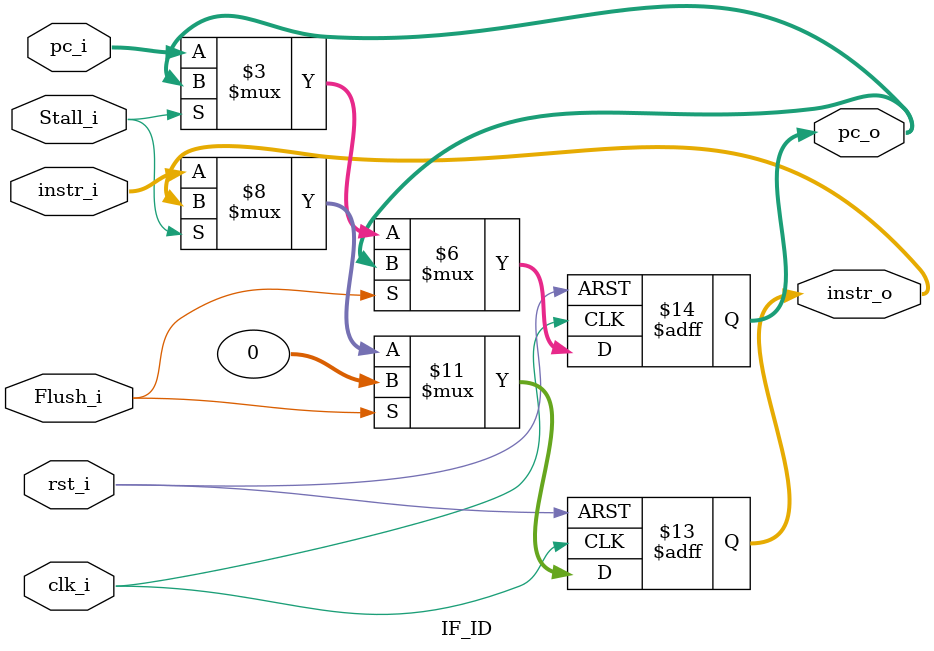
<source format=v>
module IF_ID(
           clk_i,
           rst_i,
           instr_i,
           instr_o,
           pc_i,
           pc_o,
           Stall_i,
           Flush_i
       );

input clk_i, rst_i, Stall_i, Flush_i;
input [31: 0] instr_i;
output reg [31: 0] instr_o;
input [31: 0] pc_i;
output reg [31: 0] pc_o;

always @(posedge clk_i or posedge rst_i)begin
    if (rst_i) begin
        instr_o <= 32'b0;
        pc_o <= 32'b0;
    end
    else if (Flush_i) begin
        instr_o <= 32'b0;
    end
    else if (~Stall_i) begin
        instr_o <= instr_i;
        pc_o <= pc_i;
    end
end

endmodule

</source>
